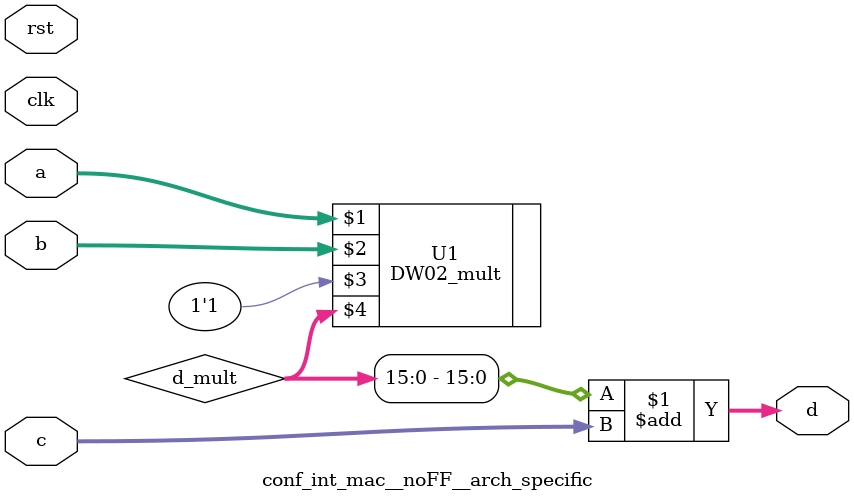
<source format=v>

module conf_int_mac__noFF__arch_specific( clk, rst, a, b, c, d
 );
//--- parameters
//parameter BT_RND = 0
parameter OP_BITWIDTH = 16; //operator bit width
parameter DATA_PATH_BITWIDTH = 16; //flip flop Bit width


//--- input,outputs
input clk;
input rst;
input [DATA_PATH_BITWIDTH -1:0] a;
input [DATA_PATH_BITWIDTH-1:0] b;
input [DATA_PATH_BITWIDTH-1:0] c;
output [DATA_PATH_BITWIDTH-1:0] d;

wire [2*DATA_PATH_BITWIDTH-1:0] d_mult;
//--- no flop design
DW02_mult #(DATA_PATH_BITWIDTH, DATA_PATH_BITWIDTH) U1(a, b, 1'b1, d_mult);
assign d = d_mult[DATA_PATH_BITWIDTH -1: 0] + c;

endmodule

</source>
